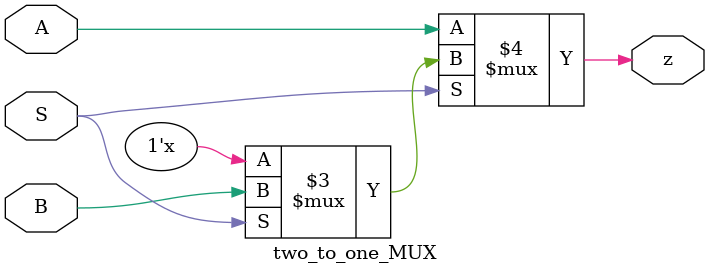
<source format=v>
module two_to_one_MUX
(
    input wire A,
    input wire B,
    input wire S,
    output wire z
//    output wire cout
);

//assign z = (A&~S) | (B&S);
assign z = (S==1'b0) ? A :
           (S==1'b1) ? B :
           1'bX;

endmodule
</source>
